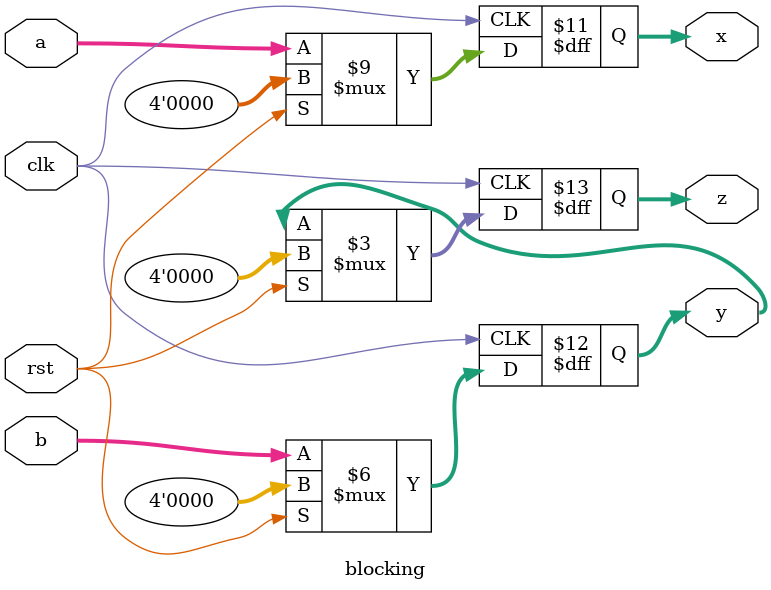
<source format=v>
module blocking(
  input clk,
  input rst,
  input [3:0]a,b,
  output reg [3:0]x,y,z);
  
  always@(posedge clk)begin
    if(rst)begin
      x=0;
      y=0;
      z=0;
    end
    else begin
      x <= a ;
   	  y <= b ;
      z <= y ;
    end
  end
endmodule
      
    
  

</source>
